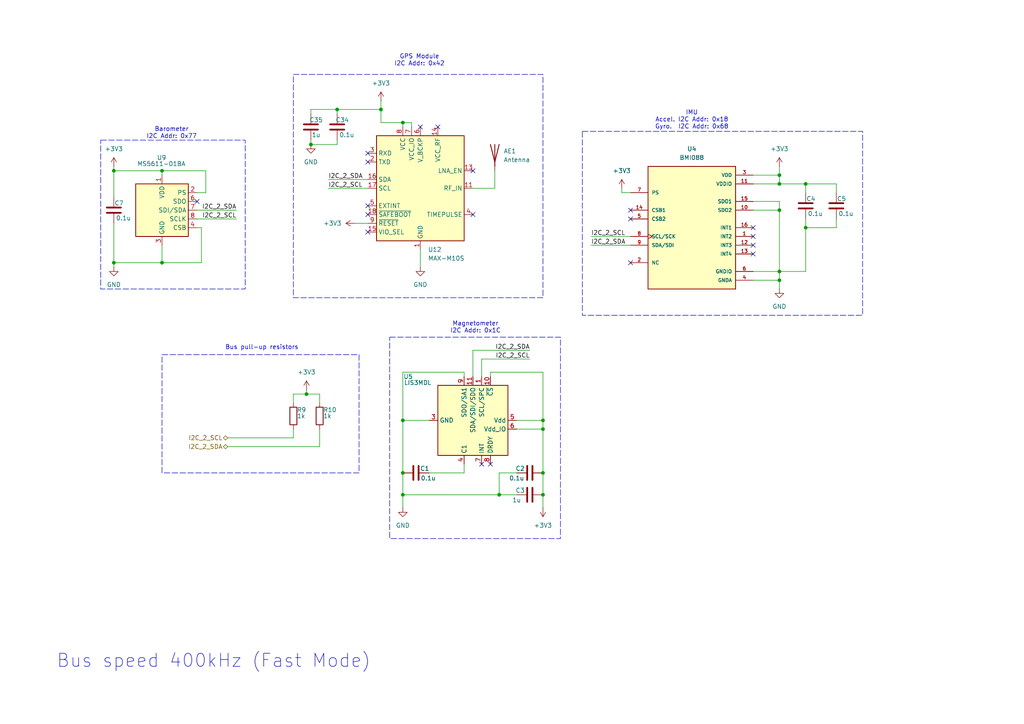
<source format=kicad_sch>
(kicad_sch (version 20231120) (generator "eeschema") (generator_version "8.0")
  (paper "A4")
  (lib_symbols
    (symbol "Device:Antenna" (pin_numbers hide) (pin_names (offset 1.016) hide)
      (property "Reference" "AE" (at -1.905 1.905 0))
      (property "Value" "Antenna" (at -1.905 0 0))
      (symbol "Antenna_0_1"
        (polyline (pts (xy 0 2.54) (xy 0 -3.81)) (stroke (width 0.254)))
        (polyline (pts (xy 1.27 2.54) (xy 0 -2.54) (xy -1.27 2.54)) (stroke (width 0.254)))
      )
      (symbol "Antenna_1_1"
        (pin input line (at 0 -5.08 90) (length 2.54) (name "A") (number "1"))
      )
    )
    (symbol "Device:C" (pin_numbers hide) (pin_names (offset 0.254))
      (property "Reference" "C" (at 0.635 2.54 0))
      (property "Value" "C" (at 0.635 -2.54 0))
      (symbol "C_0_1"
        (polyline (pts (xy -2.032 -0.762) (xy 2.032 -0.762)) (stroke (width 0.508)))
        (polyline (pts (xy -2.032 0.762) (xy 2.032 0.762)) (stroke (width 0.508)))
      )
      (symbol "C_1_1"
        (pin passive line (at 0 3.81 270) (length 2.794) (name "~") (number "1"))
        (pin passive line (at 0 -3.81 90) (length 2.794) (name "~") (number "2"))
      )
    )
    (symbol "Device:R" (pin_numbers hide) (pin_names (offset 0))
      (property "Reference" "R" (at 2.032 0 90))
      (property "Value" "R" (at 0 0 90))
      (symbol "R_0_1"
        (rectangle (start -1.016 -2.54) (end 1.016 2.54) (stroke (width 0.254)))
      )
      (symbol "R_1_1"
        (pin passive line (at 0 3.81 270) (length 1.27) (name "~") (number "1"))
        (pin passive line (at 0 -3.81 90) (length 1.27) (name "~") (number "2"))
      )
    )
    (symbol "LRI_partlib:BMI088" (pin_names (offset 1.016))
      (property "Reference" "U" (at -12.7 18.415 0))
      (property "Value" "BMI088" (at -12.7 -20.32 0))
      (symbol "BMI088_0_0"
        (rectangle (start -12.7 -17.78) (end 12.7 17.78) (stroke (width 0.254)) (fill (type background)))
        (pin bidirectional line (at 17.78 -2.54 180) (length 5.08) (name "INT2") (number "1"))
        (pin output line (at 17.78 5.08 180) (length 5.08) (name "SDO2") (number "10"))
        (pin power_in line (at 17.78 12.7 180) (length 5.08) (name "VDDIO") (number "11"))
        (pin bidirectional line (at 17.78 -5.08 180) (length 5.08) (name "INT3") (number "12"))
        (pin bidirectional line (at 17.78 -7.62 180) (length 5.08) (name "INT4") (number "13"))
        (pin input line (at -17.78 5.08 0) (length 5.08) (name "CSB1") (number "14"))
        (pin output line (at 17.78 7.62 180) (length 5.08) (name "SDO1") (number "15"))
        (pin bidirectional line (at 17.78 0 180) (length 5.08) (name "INT1") (number "16"))
        (pin passive line (at -17.78 -10.16 0) (length 5.08) (name "NC") (number "2"))
        (pin power_in line (at 17.78 15.24 180) (length 5.08) (name "VDD") (number "3"))
        (pin power_in line (at 17.78 -15.24 180) (length 5.08) (name "GNDA") (number "4"))
        (pin input line (at -17.78 2.54 0) (length 5.08) (name "CSB2") (number "5"))
        (pin power_in line (at 17.78 -12.7 180) (length 5.08) (name "GNDIO") (number "6"))
        (pin input line (at -17.78 10.16 0) (length 5.08) (name "PS") (number "7"))
        (pin input clock (at -17.78 -2.54 0) (length 5.08) (name "SCL/SCK") (number "8"))
        (pin bidirectional line (at -17.78 -5.08 0) (length 5.08) (name "SDA/SDI") (number "9"))
      )
    )
    (symbol "RF_GPS:MAX-M10S"
      (property "Reference" "U" (at -10.16 16.51 0))
      (property "Value" "MAX-M10S" (at 11.43 16.51 0))
      (symbol "MAX-M10S_0_1"
        (rectangle (start 12.7 15.24) (end -12.7 -15.24) (stroke (width 0.254)) (fill (type background)))
      )
      (symbol "MAX-M10S_1_1"
        (pin power_in line (at 0 -17.78 90) (length 2.54) (name "GND") (number "1"))
        (pin passive line (at 0 -17.78 90) (length 2.54) hide (name "GND") (number "10"))
        (pin input line (at 15.24 0 180) (length 2.54) (name "RF_IN") (number "11"))
        (pin passive line (at 0 -17.78 90) (length 2.54) hide (name "GND") (number "12"))
        (pin output line (at 15.24 5.08 180) (length 2.54) (name "LNA_EN") (number "13"))
        (pin power_out line (at 5.08 17.78 270) (length 2.54) (name "VCC_RF") (number "14"))
        (pin input line (at -15.24 -12.7 0) (length 2.54) (name "VIO_SEL") (number "15"))
        (pin bidirectional line (at -15.24 2.54 0) (length 2.54) (name "SDA") (number "16"))
        (pin input line (at -15.24 0 0) (length 2.54) (name "SCL") (number "17"))
        (pin input line (at -15.24 -7.62 0) (length 2.54) (name "~{SAFEBOOT}") (number "18"))
        (pin output line (at -15.24 7.62 0) (length 2.54) (name "TXD") (number "2"))
        (pin input line (at -15.24 10.16 0) (length 2.54) (name "RXD") (number "3"))
        (pin output line (at 15.24 -7.62 180) (length 2.54) (name "TIMEPULSE") (number "4"))
        (pin input line (at -15.24 -5.08 0) (length 2.54) (name "EXTINT") (number "5"))
        (pin power_in line (at 0 17.78 270) (length 2.54) (name "V_BCKP") (number "6"))
        (pin power_in line (at -2.54 17.78 270) (length 2.54) (name "VCC_IO") (number "7"))
        (pin power_in line (at -5.08 17.78 270) (length 2.54) (name "VCC") (number "8"))
        (pin input line (at -15.24 -10.16 0) (length 2.54) (name "~{RESET}") (number "9"))
      )
    )
    (symbol "Sensor_Magnetic:LIS3MDL"
      (property "Reference" "U" (at -8.89 11.43 0))
      (property "Value" "LIS3MDL" (at 7.62 11.43 0))
      (symbol "LIS3MDL_0_1"
        (rectangle (start -10.16 10.16) (end 10.16 -10.16) (stroke (width 0.254)) (fill (type background)))
      )
      (symbol "LIS3MDL_1_1"
        (pin input line (at -12.7 2.54 0) (length 2.54) (name "SCL/SPC") (number "1"))
        (pin input line (at -12.7 5.08 0) (length 2.54) (name "~{CS}") (number "10"))
        (pin bidirectional line (at -12.7 0 0) (length 2.54) (name "SDA/SDI/SDO") (number "11"))
        (pin passive line (at 0 -12.7 90) (length 2.54) hide (name "GND") (number "12"))
        (pin passive line (at 0 -12.7 90) (length 2.54) hide (name "GND") (number "2"))
        (pin power_in line (at 0 -12.7 90) (length 2.54) (name "GND") (number "3"))
        (pin power_out line (at 12.7 -2.54 180) (length 2.54) (name "C1") (number "4"))
        (pin power_in line (at 0 12.7 270) (length 2.54) (name "Vdd") (number "5"))
        (pin power_in line (at 2.54 12.7 270) (length 2.54) (name "Vdd_IO") (number "6"))
        (pin output line (at 12.7 2.54 180) (length 2.54) (name "INT") (number "7"))
        (pin output line (at 12.7 5.08 180) (length 2.54) (name "DRDY") (number "8"))
        (pin bidirectional line (at -12.7 -2.54 0) (length 2.54) (name "SDO/SA1") (number "9"))
      )
    )
    (symbol "Sensor_Pressure:MS5611-01BA"
      (property "Reference" "U" (at -6.35 8.89 0))
      (property "Value" "MS5611-01BA" (at 7.62 8.89 0))
      (symbol "MS5611-01BA_0_1"
        (rectangle (start -7.62 7.62) (end 7.62 -7.62) (stroke (width 0.254)) (fill (type background)))
      )
      (symbol "MS5611-01BA_1_1"
        (pin power_in line (at 0 10.16 270) (length 2.54) (name "VDD") (number "1"))
        (pin input line (at -10.16 5.08 0) (length 2.54) (name "PS") (number "2"))
        (pin power_in line (at 0 -10.16 90) (length 2.54) (name "GND") (number "3"))
        (pin input line (at -10.16 -5.08 0) (length 2.54) (name "CSB") (number "4"))
        (pin input line (at -10.16 -5.08 0) (length 2.54) hide (name "CSB") (number "5"))
        (pin output line (at -10.16 2.54 0) (length 2.54) (name "SDO") (number "6"))
        (pin bidirectional line (at -10.16 0 0) (length 2.54) (name "SDI/SDA") (number "7"))
        (pin input line (at -10.16 -2.54 0) (length 2.54) (name "SCLK") (number "8"))
      )
    )
    (symbol "power:+3V3" (power) (pin_numbers hide) (pin_names (offset 0) hide)
      (property "Value" "+3V3" (at 0 3.556 0))
      (symbol "+3V3_0_1"
        (polyline (pts (xy -0.762 1.27) (xy 0 2.54)))
        (polyline (pts (xy 0 0) (xy 0 2.54)))
        (polyline (pts (xy 0 2.54) (xy 0.762 1.27)))
      )
      (symbol "+3V3_1_1"
        (pin power_in line (at 0 0 90) (length 0) (name "~") (number "1"))
      )
    )
    (symbol "power:GND" (power) (pin_numbers hide) (pin_names (offset 0) hide)
      (property "Value" "GND" (at 0 -3.81 0))
      (symbol "GND_0_1"
        (polyline (pts (xy 0 0) (xy 0 -1.27) (xy 1.27 -1.27) (xy 0 -2.54) (xy -1.27 -1.27) (xy 0 -1.27)))
      )
      (symbol "GND_1_1"
        (pin power_in line (at 0 0 270) (length 0) (name "~") (number "1"))
      )
    )
  )
  (junction (at 116.84 137.16))
  (junction (at 46.99 49.53))
  (junction (at 116.84 35.56))
  (junction (at 157.48 137.16))
  (junction (at 97.79 31.75))
  (junction (at 33.02 49.53))
  (junction (at 144.78 143.51))
  (junction (at 88.9 114.3))
  (junction (at 157.48 121.92))
  (junction (at 226.06 81.28))
  (junction (at 233.68 53.34))
  (junction (at 157.48 143.51))
  (junction (at 110.49 31.75))
  (junction (at 116.84 121.92))
  (junction (at 33.02 76.2))
  (junction (at 116.84 143.51))
  (junction (at 157.48 124.46))
  (junction (at 90.17 41.91))
  (junction (at 226.06 53.34))
  (junction (at 226.06 78.74))
  (junction (at 233.68 66.04))
  (junction (at 46.99 76.2))
  (junction (at 226.06 60.96))
  (junction (at 226.06 50.8))
  (no_connect (at 182.88 63.5))
  (no_connect (at 106.68 59.69))
  (no_connect (at 182.88 60.96))
  (no_connect (at 218.44 73.66))
  (no_connect (at 182.88 76.2))
  (no_connect (at 127 36.83))
  (no_connect (at 218.44 68.58))
  (no_connect (at 57.15 58.42))
  (no_connect (at 106.68 67.31))
  (no_connect (at 139.7 134.62))
  (no_connect (at 218.44 71.12))
  (no_connect (at 142.24 134.62))
  (no_connect (at 137.16 62.23))
  (no_connect (at 218.44 66.04))
  (no_connect (at 137.16 49.53))
  (no_connect (at 106.68 62.23))
  (no_connect (at 106.68 44.45))
  (no_connect (at 121.92 36.83))
  (no_connect (at 106.68 46.99))
  (wire (pts (xy 46.99 49.53) (xy 33.02 49.53)))
  (wire (pts (xy 92.71 116.84) (xy 92.71 114.3)))
  (wire (pts (xy 97.79 31.75) (xy 110.49 31.75)))
  (wire (pts (xy 134.62 137.16) (xy 134.62 134.62)))
  (wire (pts (xy 116.84 121.92) (xy 124.46 121.92)))
  (wire (pts (xy 46.99 76.2) (xy 46.99 71.12)))
  (wire (pts (xy 33.02 76.2) (xy 46.99 76.2)))
  (wire (pts (xy 88.9 114.3) (xy 85.09 114.3)))
  (wire (pts (xy 46.99 50.8) (xy 46.99 49.53)))
  (wire (pts (xy 180.34 55.88) (xy 182.88 55.88)))
  (wire (pts (xy 116.84 143.51) (xy 116.84 137.16)))
  (wire (pts (xy 144.78 137.16) (xy 144.78 143.51)))
  (wire (pts (xy 85.09 124.46) (xy 85.09 127)))
  (wire (pts (xy 66.04 129.54) (xy 92.71 129.54)))
  (wire (pts (xy 85.09 114.3) (xy 85.09 116.84)))
  (wire (pts (xy 226.06 60.96) (xy 226.06 78.74)))
  (wire (pts (xy 144.78 143.51) (xy 149.86 143.51)))
  (wire (pts (xy 218.44 78.74) (xy 226.06 78.74)))
  (wire (pts (xy 233.68 63.5) (xy 233.68 66.04)))
  (wire (pts (xy 97.79 41.91) (xy 97.79 40.64)))
  (wire (pts (xy 92.71 124.46) (xy 92.71 129.54)))
  (wire (pts (xy 226.06 83.82) (xy 226.06 81.28)))
  (wire (pts (xy 116.84 137.16) (xy 116.84 121.92)))
  (wire (pts (xy 242.57 55.88) (xy 242.57 53.34)))
  (wire (pts (xy 242.57 66.04) (xy 233.68 66.04)))
  (wire (pts (xy 218.44 53.34) (xy 226.06 53.34)))
  (wire (pts (xy 124.46 137.16) (xy 134.62 137.16)))
  (wire (pts (xy 116.84 35.56) (xy 116.84 36.83)))
  (wire (pts (xy 116.84 107.95) (xy 116.84 121.92)))
  (wire (pts (xy 226.06 48.26) (xy 226.06 50.8)))
  (wire (pts (xy 171.45 68.58) (xy 182.88 68.58)))
  (wire (pts (xy 233.68 53.34) (xy 226.06 53.34)))
  (wire (pts (xy 171.45 71.12) (xy 182.88 71.12)))
  (wire (pts (xy 143.51 54.61) (xy 137.16 54.61)))
  (wire (pts (xy 57.15 66.04) (xy 58.42 66.04)))
  (wire (pts (xy 157.48 121.92) (xy 157.48 124.46)))
  (wire (pts (xy 157.48 107.95) (xy 157.48 121.92)))
  (wire (pts (xy 142.24 109.22) (xy 142.24 107.95)))
  (wire (pts (xy 95.25 54.61) (xy 106.68 54.61)))
  (wire (pts (xy 58.42 76.2) (xy 46.99 76.2)))
  (wire (pts (xy 134.62 107.95) (xy 116.84 107.95)))
  (wire (pts (xy 218.44 58.42) (xy 226.06 58.42)))
  (wire (pts (xy 233.68 66.04) (xy 233.68 78.74)))
  (wire (pts (xy 139.7 104.14) (xy 153.67 104.14)))
  (wire (pts (xy 119.38 35.56) (xy 116.84 35.56)))
  (wire (pts (xy 233.68 78.74) (xy 226.06 78.74)))
  (wire (pts (xy 121.92 72.39) (xy 121.92 77.47)))
  (wire (pts (xy 66.04 127) (xy 85.09 127)))
  (wire (pts (xy 33.02 76.2) (xy 33.02 77.47)))
  (wire (pts (xy 157.48 143.51) (xy 157.48 147.32)))
  (wire (pts (xy 157.48 137.16) (xy 157.48 143.51)))
  (wire (pts (xy 142.24 107.95) (xy 157.48 107.95)))
  (wire (pts (xy 90.17 40.64) (xy 90.17 41.91)))
  (wire (pts (xy 58.42 66.04) (xy 58.42 76.2)))
  (wire (pts (xy 90.17 31.75) (xy 97.79 31.75)))
  (wire (pts (xy 116.84 143.51) (xy 144.78 143.51)))
  (wire (pts (xy 90.17 41.91) (xy 97.79 41.91)))
  (wire (pts (xy 180.34 54.61) (xy 180.34 55.88)))
  (wire (pts (xy 90.17 33.02) (xy 90.17 31.75)))
  (wire (pts (xy 149.86 137.16) (xy 144.78 137.16)))
  (wire (pts (xy 97.79 31.75) (xy 97.79 33.02)))
  (wire (pts (xy 134.62 109.22) (xy 134.62 107.95)))
  (wire (pts (xy 95.25 52.07) (xy 106.68 52.07)))
  (wire (pts (xy 149.86 124.46) (xy 157.48 124.46)))
  (wire (pts (xy 233.68 53.34) (xy 242.57 53.34)))
  (wire (pts (xy 110.49 35.56) (xy 116.84 35.56)))
  (wire (pts (xy 33.02 49.53) (xy 33.02 48.26)))
  (wire (pts (xy 218.44 60.96) (xy 226.06 60.96)))
  (wire (pts (xy 102.87 64.77) (xy 106.68 64.77)))
  (wire (pts (xy 119.38 36.83) (xy 119.38 35.56)))
  (wire (pts (xy 59.69 55.88) (xy 59.69 49.53)))
  (wire (pts (xy 57.15 55.88) (xy 59.69 55.88)))
  (wire (pts (xy 137.16 101.6) (xy 153.67 101.6)))
  (wire (pts (xy 139.7 109.22) (xy 139.7 104.14)))
  (wire (pts (xy 88.9 113.03) (xy 88.9 114.3)))
  (wire (pts (xy 226.06 53.34) (xy 226.06 50.8)))
  (wire (pts (xy 157.48 124.46) (xy 157.48 137.16)))
  (wire (pts (xy 59.69 49.53) (xy 46.99 49.53)))
  (wire (pts (xy 57.15 60.96) (xy 68.58 60.96)))
  (wire (pts (xy 116.84 147.32) (xy 116.84 143.51)))
  (wire (pts (xy 143.51 49.53) (xy 143.51 54.61)))
  (wire (pts (xy 242.57 63.5) (xy 242.57 66.04)))
  (wire (pts (xy 33.02 64.77) (xy 33.02 76.2)))
  (wire (pts (xy 110.49 31.75) (xy 110.49 35.56)))
  (wire (pts (xy 110.49 29.21) (xy 110.49 31.75)))
  (wire (pts (xy 137.16 109.22) (xy 137.16 101.6)))
  (wire (pts (xy 33.02 49.53) (xy 33.02 57.15)))
  (wire (pts (xy 233.68 55.88) (xy 233.68 53.34)))
  (wire (pts (xy 226.06 81.28) (xy 218.44 81.28)))
  (wire (pts (xy 92.71 114.3) (xy 88.9 114.3)))
  (wire (pts (xy 226.06 50.8) (xy 218.44 50.8)))
  (wire (pts (xy 226.06 78.74) (xy 226.06 81.28)))
  (wire (pts (xy 57.15 63.5) (xy 68.58 63.5)))
  (wire (pts (xy 149.86 121.92) (xy 157.48 121.92)))
  (wire (pts (xy 226.06 58.42) (xy 226.06 60.96)))
  (rectangle (start 113.03 97.79) (end 162.56 156.21) (stroke (width 0) (type dash)))
  (rectangle (start 46.99 102.87) (end 104.14 137.16) (stroke (width 0) (type dash)))
  (rectangle (start 29.21 40.64) (end 71.12 83.82) (stroke (width 0) (type dash)))
  (rectangle (start 85.09 21.59) (end 157.48 86.36) (stroke (width 0) (type dash)))
  (rectangle (start 168.91 38.1) (end 250.19 91.44) (stroke (width 0) (type dash)))
  (text "Magnetometer\nI2C Addr: 0x1C" (at 137.922 94.996 0) (effects (font (size 1.27 1.27))))
  (text "IMU\nAccel. I2C Addr: 0x18\nGyro.  I2C Addr: 0x68" (at 200.66 34.798 0) (effects (font (size 1.27 1.27))))
  (text "GPS Module\nI2C Addr: 0x42" (at 121.666 17.526 0) (effects (font (size 1.27 1.27))))
  (text "Bus pull-up resistors" (at 75.946 100.838 0) (effects (font (size 1.27 1.27))))
  (text "Bus speed 400kHz (Fast Mode)\n" (at 61.976 191.77 0) (effects (font (size 3.81 3.81))))
  (text "Barometer\nI2C Addr: 0x77" (at 49.784 38.608 0) (effects (font (size 1.27 1.27))))
  (label "I2C_2_SCL" (at 171.45 68.58 0))
  (label "I2C_2_SDA" (at 153.67 101.6 180))
  (label "I2C_2_SDA" (at 171.45 71.12 0))
  (label "I2C_2_SDA" (at 68.58 60.96 180))
  (label "I2C_2_SCL" (at 153.67 104.14 180))
  (label "I2C_2_SCL" (at 68.58 63.5 180))
  (label "I2C_2_SDA" (at 95.25 52.07 0))
  (label "I2C_2_SCL" (at 95.25 54.61 0))
  (hierarchical_label "I2C_2_SCL" (shape bidirectional) (at 66.04 127 180))
  (hierarchical_label "I2C_2_SDA" (shape bidirectional) (at 66.04 129.54 180))
  (symbol (lib_id "power:+3V3") (at 226.06 48.26 0) (unit 1)
    (property "Reference" "#PWR011" (effects (hide yes)))
    (property "Value" "+3V3" (at 226.06 43.18 0))
    (property "Description" "Power symbol creates a global label with name \"+3V3\"" (effects (hide yes)))
  )
  (symbol (lib_id "Device:C") (at 120.65 137.16 90) (unit 1)
    (property "Reference" "C1" (at 123.19 135.89 90))
    (property "Value" "0.1u" (at 124.206 138.684 90))
    (property "Footprint" "Capacitor_SMD:C_0603_1608Metric" (effects (hide yes)))
    (property "Description" "Unpolarized capacitor" (effects (hide yes)))
  )
  (symbol (lib_id "Sensor_Magnetic:LIS3MDL") (at 137.16 121.92 270) (unit 1)
    (property "Reference" "U5" (at 118.364 109.22 90))
    (property "Value" "LIS3MDL" (at 121.158 110.998 90))
    (property "Footprint" "Package_LGA:LGA-12_2x2mm_P0.5mm" (effects (hide yes)))
    (property "Datasheet" "https://www.st.com/resource/en/datasheet/lis3mdl.pdf" (effects (hide yes)))
    (property "Description" "Ultra-low-power, 3-axis digital output magnetometer, LGA-12" (effects (hide yes)))
  )
  (symbol (lib_id "power:+3V3") (at 102.87 64.77 90) (unit 1)
    (property "Reference" "#PWR053" (effects (hide yes)))
    (property "Value" "+3V3" (at 99.06 64.7699 90) (effects (justify left)))
    (property "Description" "Power symbol creates a global label with name \"+3V3\"" (effects (hide yes)))
  )
  (symbol (lib_id "power:+3V3") (at 110.49 29.21 0) (unit 1)
    (property "Reference" "#PWR050" (effects (hide yes)))
    (property "Value" "+3V3" (at 110.49 24.13 0))
    (property "Description" "Power symbol creates a global label with name \"+3V3\"" (effects (hide yes)))
  )
  (symbol (lib_id "power:GND") (at 121.92 77.47 0) (unit 1)
    (property "Reference" "#PWR032" (effects (hide yes)))
    (property "Value" "GND" (at 121.92 82.55 0))
    (property "Description" "Power symbol creates a global label with name \"GND\" , ground" (effects (hide yes)))
  )
  (symbol (lib_id "Device:C") (at 153.67 137.16 90) (unit 1)
    (property "Reference" "C2" (at 150.876 135.89 90))
    (property "Value" "0.1u" (at 149.86 138.684 90))
    (property "Footprint" "Capacitor_SMD:C_0603_1608Metric" (effects (hide yes)))
    (property "Description" "Unpolarized capacitor" (effects (hide yes)))
  )
  (symbol (lib_id "Device:C") (at 233.68 59.69 180) (unit 1)
    (property "Reference" "C4" (at 235.204 57.658 0))
    (property "Value" "0.1u" (at 236.474 61.976 0))
    (property "Footprint" "Capacitor_SMD:C_0603_1608Metric" (effects (hide yes)))
    (property "Description" "Unpolarized capacitor" (effects (hide yes)))
  )
  (symbol (lib_id "Device:Antenna") (at 143.51 44.45 0) (unit 1)
    (property "Reference" "AE1" (at 146.05 43.8149 0) (effects (justify left)))
    (property "Value" "Antenna" (at 146.05 46.3549 0) (effects (justify left)))
    (property "Footprint" "Connector_Coaxial:U.FL_Hirose_U.FL-R-SMT-1_Vertical" (effects (hide yes)))
    (property "Description" "Antenna" (effects (hide yes)))
  )
  (symbol (lib_id "Sensor_Pressure:MS5611-01BA") (at 46.99 60.96 0) (mirror y) (unit 1)
    (property "Reference" "U9" (at 48.26 45.72 0) (effects (justify left)))
    (property "Value" "MS5611-01BA" (at 53.848 47.498 0) (effects (justify left)))
    (property "Footprint" "Package_LGA:LGA-8_3x5mm_P1.25mm" (effects (hide yes)))
    (property "Datasheet" "https://www.te.com/commerce/DocumentDelivery/DDEController?Action=srchrtrv&DocNm=MS5611-01BA03&DocType=Data+Sheet&DocLang=English" (effects (hide yes)))
    (property "Description" "Barometric pressure sensor, 10cm resolution, 10 to 1200 mbar, I2C and SPI interface up to 20MHz, LGA-8" (effects (hide yes)))
  )
  (symbol (lib_id "RF_GPS:MAX-M10S") (at 121.92 54.61 0) (unit 1)
    (property "Reference" "U12" (at 124.1141 72.39 0) (effects (justify left)))
    (property "Value" "MAX-M10S" (at 124.1141 74.93 0) (effects (justify left)))
    (property "Footprint" "LRI_partlib:ublox_MAX" (effects (hide yes)))
    (property "Datasheet" "https://content.u-blox.com/sites/default/files/MAX-M10S_DataSheet_UBX-20035208.pdf" (effects (hide yes)))
    (property "Description" "GNSS Module MAX M10, VCC 1.65V to 3.6V" (effects (hide yes)))
  )
  (symbol (lib_id "power:GND") (at 116.84 147.32 0) (unit 1)
    (property "Reference" "#PWR01" (effects (hide yes)))
    (property "Value" "GND" (at 116.84 152.4 0))
    (property "Description" "Power symbol creates a global label with name \"GND\" , ground" (effects (hide yes)))
  )
  (symbol (lib_id "power:+3V3") (at 33.02 48.26 0) (unit 1)
    (property "Reference" "#PWR013" (effects (hide yes)))
    (property "Value" "+3V3" (at 33.02 43.18 0))
    (property "Description" "Power symbol creates a global label with name \"+3V3\"" (effects (hide yes)))
  )
  (symbol (lib_id "power:GND") (at 90.17 41.91 0) (unit 1)
    (property "Reference" "#PWR060" (effects (hide yes)))
    (property "Value" "GND" (at 90.17 46.99 0))
    (property "Description" "Power symbol creates a global label with name \"GND\" , ground" (effects (hide yes)))
  )
  (symbol (lib_id "Device:C") (at 242.57 59.69 180) (unit 1)
    (property "Reference" "C5" (at 244.094 57.658 0))
    (property "Value" "0.1u" (at 245.364 61.976 0))
    (property "Footprint" "Capacitor_SMD:C_0603_1608Metric" (effects (hide yes)))
    (property "Description" "Unpolarized capacitor" (effects (hide yes)))
  )
  (symbol (lib_id "power:+3V3") (at 157.48 147.32 180) (unit 1)
    (property "Reference" "#PWR03" (effects (hide yes)))
    (property "Value" "+3V3" (at 157.48 152.4 0))
    (property "Description" "Power symbol creates a global label with name \"+3V3\"" (effects (hide yes)))
  )
  (symbol (lib_id "Device:R") (at 85.09 120.65 0) (unit 1)
    (property "Reference" "R9" (at 86.106 118.872 0) (effects (justify left)))
    (property "Value" "1k" (at 86.106 120.65 0) (effects (justify left)))
    (property "Footprint" "Resistor_SMD:R_0603_1608Metric" (effects (hide yes)))
    (property "Description" "Resistor" (effects (hide yes)))
  )
  (symbol (lib_id "LRI_partlib:BMI088") (at 200.66 66.04 0) (unit 1)
    (property "Reference" "U4" (at 200.66 43.18 0))
    (property "Value" "BMI088" (at 200.66 45.72 0))
    (property "Footprint" "LRI_partlib:PQFN50P450X300X100-16N" (effects (hide yes)))
    (property "Description" "Accelerometer, Gyroscope, 6 Axis Sensor I²C, SPI Output" (effects (hide yes)))
    (property "MF" "Bosch Sensortec" (effects (hide yes)))
    (property "PURCHASE-URL" "https://pricing.snapeda.com/search/part/BMI088/?ref=eda" (effects (hide yes)))
    (property "PACKAGE" "VFLGA-16 Bosch Sensortec" (effects (hide yes)))
    (property "PRICE" "None" (effects (hide yes)))
    (property "MP" "BMI088" (effects (hide yes)))
    (property "AVAILABILITY" "In Stock" (effects (hide yes)))
  )
  (symbol (lib_id "power:GND") (at 33.02 77.47 0) (unit 1)
    (property "Reference" "#PWR016" (effects (hide yes)))
    (property "Value" "GND" (at 33.02 82.55 0))
    (property "Description" "Power symbol creates a global label with name \"GND\" , ground" (effects (hide yes)))
  )
  (symbol (lib_id "Device:R") (at 92.71 120.65 0) (unit 1)
    (property "Reference" "R10" (at 93.726 118.872 0) (effects (justify left)))
    (property "Value" "1k" (at 93.726 120.65 0) (effects (justify left)))
    (property "Footprint" "Resistor_SMD:R_0603_1608Metric" (effects (hide yes)))
    (property "Description" "Resistor" (effects (hide yes)))
  )
  (symbol (lib_id "Device:C") (at 153.67 143.51 90) (unit 1)
    (property "Reference" "C3" (at 150.876 142.24 90))
    (property "Value" "1u" (at 149.86 145.034 90))
    (property "Footprint" "Capacitor_SMD:C_0603_1608Metric" (effects (hide yes)))
    (property "Description" "Unpolarized capacitor" (effects (hide yes)))
  )
  (symbol (lib_id "Device:C") (at 97.79 36.83 180) (unit 1)
    (property "Reference" "C34" (at 99.314 34.798 0))
    (property "Value" "0.1u" (at 100.584 39.116 0))
    (property "Footprint" "Capacitor_SMD:C_0603_1608Metric" (effects (hide yes)))
    (property "Description" "Unpolarized capacitor" (effects (hide yes)))
  )
  (symbol (lib_id "power:+3V3") (at 88.9 113.03 0) (unit 1)
    (property "Reference" "#PWR025" (effects (hide yes)))
    (property "Value" "+3V3" (at 88.9 107.95 0))
    (property "Description" "Power symbol creates a global label with name \"+3V3\"" (effects (hide yes)))
  )
  (symbol (lib_id "power:+3V3") (at 180.34 54.61 0) (unit 1)
    (property "Reference" "#PWR023" (effects (hide yes)))
    (property "Value" "+3V3" (at 180.34 49.53 0))
    (property "Description" "Power symbol creates a global label with name \"+3V3\"" (effects (hide yes)))
  )
  (symbol (lib_id "Device:C") (at 90.17 36.83 180) (unit 1)
    (property "Reference" "C35" (at 91.694 34.798 0))
    (property "Value" "1u" (at 91.694 39.116 0))
    (property "Footprint" "Capacitor_SMD:C_0603_1608Metric" (effects (hide yes)))
    (property "Description" "Unpolarized capacitor" (effects (hide yes)))
  )
  (symbol (lib_id "Device:C") (at 33.02 60.96 180) (unit 1)
    (property "Reference" "C7" (at 34.544 58.928 0))
    (property "Value" "0.1u" (at 35.814 63.246 0))
    (property "Footprint" "Capacitor_SMD:C_0603_1608Metric" (effects (hide yes)))
    (property "Description" "Unpolarized capacitor" (effects (hide yes)))
  )
  (symbol (lib_id "power:GND") (at 226.06 83.82 0) (unit 1)
    (property "Reference" "#PWR012" (effects (hide yes)))
    (property "Value" "GND" (at 226.06 88.9 0))
    (property "Description" "Power symbol creates a global label with name \"GND\" , ground" (effects (hide yes)))
  )
)
</source>
